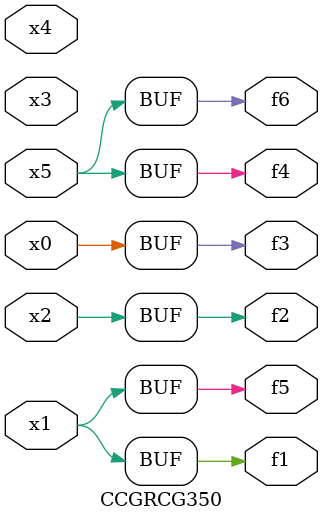
<source format=v>
module CCGRCG350(
	input x0, x1, x2, x3, x4, x5,
	output f1, f2, f3, f4, f5, f6
);
	assign f1 = x1;
	assign f2 = x2;
	assign f3 = x0;
	assign f4 = x5;
	assign f5 = x1;
	assign f6 = x5;
endmodule

</source>
